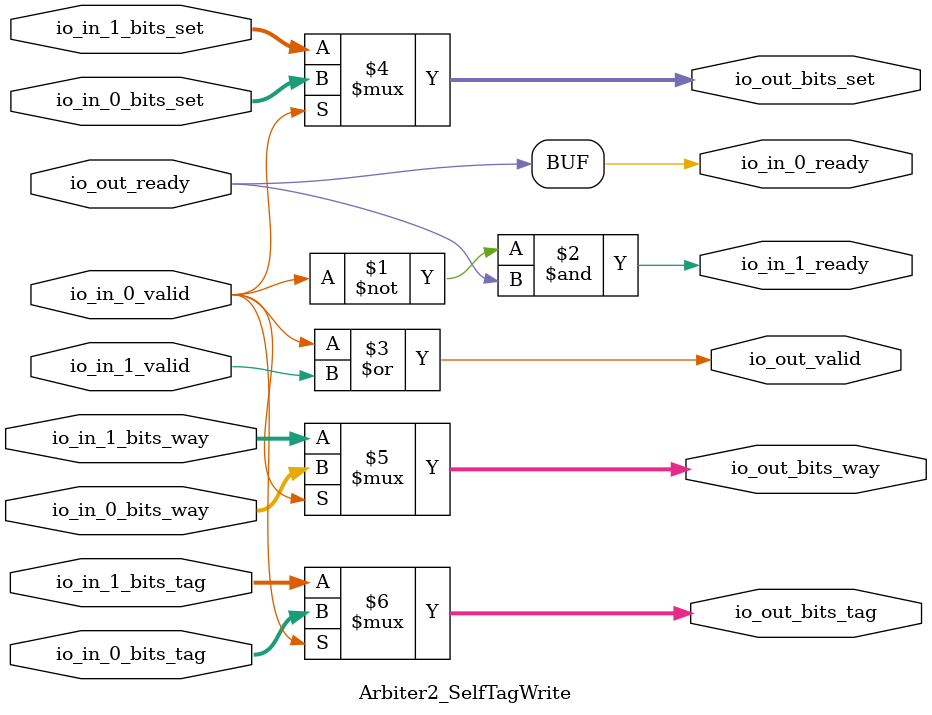
<source format=sv>
`ifndef RANDOMIZE
  `ifdef RANDOMIZE_MEM_INIT
    `define RANDOMIZE
  `endif // RANDOMIZE_MEM_INIT
`endif // not def RANDOMIZE
`ifndef RANDOMIZE
  `ifdef RANDOMIZE_REG_INIT
    `define RANDOMIZE
  `endif // RANDOMIZE_REG_INIT
`endif // not def RANDOMIZE

`ifndef RANDOM
  `define RANDOM $random
`endif // not def RANDOM

// Users can define INIT_RANDOM as general code that gets injected into the
// initializer block for modules with registers.
`ifndef INIT_RANDOM
  `define INIT_RANDOM
`endif // not def INIT_RANDOM

// If using random initialization, you can also define RANDOMIZE_DELAY to
// customize the delay used, otherwise 0.002 is used.
`ifndef RANDOMIZE_DELAY
  `define RANDOMIZE_DELAY 0.002
`endif // not def RANDOMIZE_DELAY

// Define INIT_RANDOM_PROLOG_ for use in our modules below.
`ifndef INIT_RANDOM_PROLOG_
  `ifdef RANDOMIZE
    `ifdef VERILATOR
      `define INIT_RANDOM_PROLOG_ `INIT_RANDOM
    `else  // VERILATOR
      `define INIT_RANDOM_PROLOG_ `INIT_RANDOM #`RANDOMIZE_DELAY begin end
    `endif // VERILATOR
  `else  // RANDOMIZE
    `define INIT_RANDOM_PROLOG_
  `endif // RANDOMIZE
`endif // not def INIT_RANDOM_PROLOG_

// Include register initializers in init blocks unless synthesis is set
`ifndef SYNTHESIS
  `ifndef ENABLE_INITIAL_REG_
    `define ENABLE_INITIAL_REG_
  `endif // not def ENABLE_INITIAL_REG_
`endif // not def SYNTHESIS

// Include rmemory initializers in init blocks unless synthesis is set
`ifndef SYNTHESIS
  `ifndef ENABLE_INITIAL_MEM_
    `define ENABLE_INITIAL_MEM_
  `endif // not def ENABLE_INITIAL_MEM_
`endif // not def SYNTHESIS

module Arbiter2_SelfTagWrite(
  output        io_in_0_ready,
  input         io_in_0_valid,
  input  [11:0] io_in_0_bits_set,
  input  [3:0]  io_in_0_bits_way,
  input  [15:0] io_in_0_bits_tag,
  output        io_in_1_ready,
  input         io_in_1_valid,
  input  [11:0] io_in_1_bits_set,
  input  [3:0]  io_in_1_bits_way,
  input  [15:0] io_in_1_bits_tag,
  input         io_out_ready,
  output        io_out_valid,
  output [11:0] io_out_bits_set,
  output [3:0]  io_out_bits_way,
  output [15:0] io_out_bits_tag
);

  assign io_in_0_ready = io_out_ready;
  assign io_in_1_ready = ~io_in_0_valid & io_out_ready;
  assign io_out_valid = io_in_0_valid | io_in_1_valid;
  assign io_out_bits_set = io_in_0_valid ? io_in_0_bits_set : io_in_1_bits_set;
  assign io_out_bits_way = io_in_0_valid ? io_in_0_bits_way : io_in_1_bits_way;
  assign io_out_bits_tag = io_in_0_valid ? io_in_0_bits_tag : io_in_1_bits_tag;
endmodule


</source>
